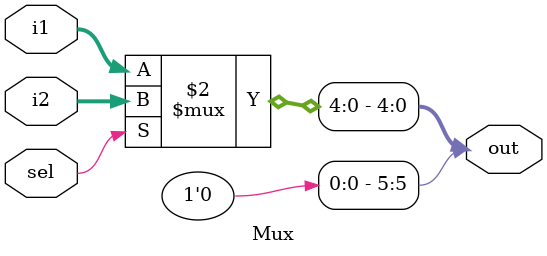
<source format=v>
`timescale 1ps/1ps
module Mux (
    i1,
    i2,
    sel,
    out
);

    parameter size = 5;

    input [size-1:0]i1;
    input [size-1:0]i2;
    input sel;

    output [size:0]out;

    assign out = (sel == 1'b0) ? i1 : i2;

endmodule
</source>
